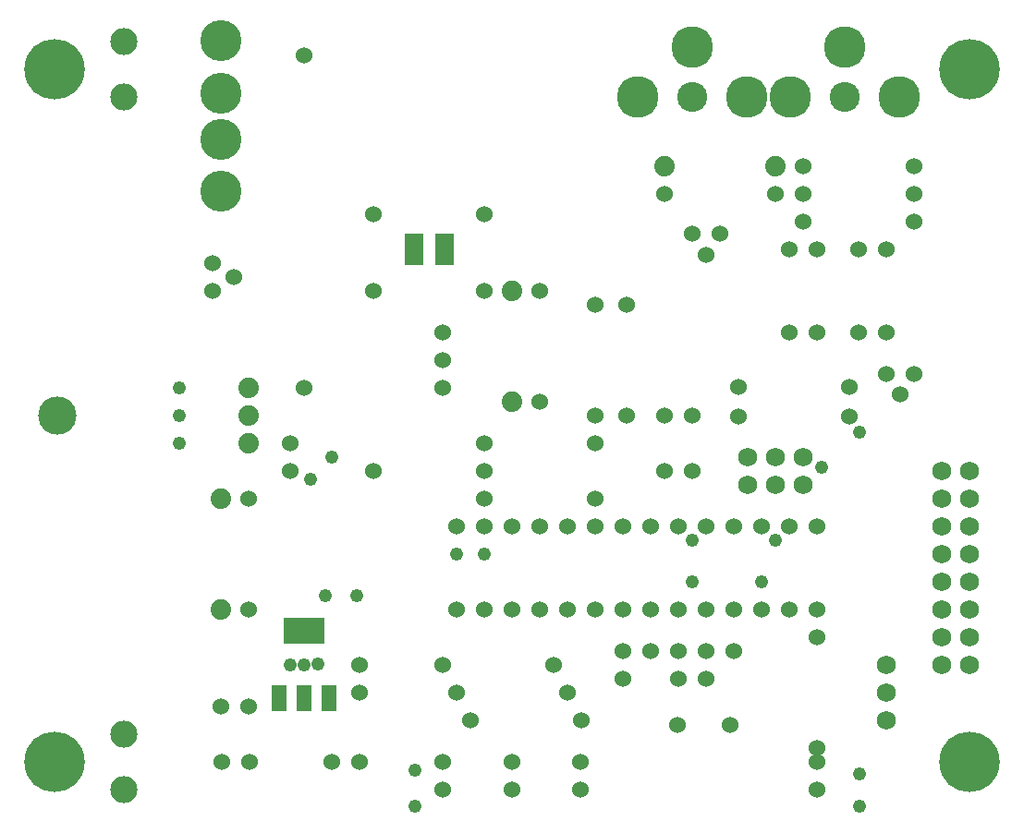
<source format=gbr>
G75*
G70*
%OFA0B0*%
%FSLAX24Y24*%
%IPPOS*%
%LPD*%
%AMOC8*
5,1,8,0,0,1.08239X$1,22.5*
%
%ADD10C,0.0980*%
%ADD11C,0.0600*%
%ADD12R,0.0560X0.0960*%
%ADD13R,0.1497X0.0946*%
%ADD14C,0.1480*%
%ADD15C,0.0740*%
%ADD16C,0.1380*%
%ADD17C,0.0680*%
%ADD18R,0.0710X0.1143*%
%ADD19C,0.2180*%
%ADD20C,0.1084*%
%ADD21C,0.1504*%
%ADD22C,0.0480*%
D10*
X011843Y006842D03*
X011843Y008842D03*
X011843Y031842D03*
X011843Y033842D03*
D11*
X018343Y033342D03*
X020843Y027592D03*
X020843Y024842D03*
X023343Y023342D03*
X023343Y022342D03*
X023343Y021342D03*
X024843Y019342D03*
X024843Y018342D03*
X024843Y017342D03*
X024843Y016342D03*
X023843Y016342D03*
X025843Y016342D03*
X026843Y016342D03*
X027843Y016342D03*
X028843Y016342D03*
X028843Y017342D03*
X029843Y016342D03*
X030843Y016342D03*
X031843Y016342D03*
X032843Y016342D03*
X033843Y016342D03*
X034843Y016342D03*
X035843Y016342D03*
X036843Y016342D03*
X036843Y013342D03*
X036843Y012342D03*
X035843Y013342D03*
X034843Y013342D03*
X033843Y013342D03*
X032843Y013342D03*
X031843Y013342D03*
X030843Y013342D03*
X029843Y013342D03*
X028843Y013342D03*
X027843Y013342D03*
X026843Y013342D03*
X025843Y013342D03*
X024843Y013342D03*
X023843Y013342D03*
X023343Y011342D03*
X023843Y010342D03*
X024343Y009342D03*
X023343Y007842D03*
X023343Y006842D03*
X025843Y006842D03*
X025843Y007842D03*
X028293Y007842D03*
X028293Y006842D03*
X028343Y009342D03*
X027843Y010342D03*
X027343Y011342D03*
X029843Y011842D03*
X029843Y010842D03*
X030843Y011842D03*
X031843Y011842D03*
X031843Y010842D03*
X032843Y010842D03*
X032843Y011842D03*
X033843Y011842D03*
X033718Y009167D03*
X031818Y009167D03*
X036843Y008342D03*
X036843Y007842D03*
X036843Y006842D03*
X032343Y018342D03*
X031343Y018342D03*
X031343Y020342D03*
X032343Y020342D03*
X033993Y020292D03*
X034018Y021367D03*
X035843Y023342D03*
X036843Y023342D03*
X038343Y023342D03*
X039343Y023342D03*
X039343Y021842D03*
X039843Y021092D03*
X040343Y021842D03*
X038018Y021367D03*
X037993Y020292D03*
X038343Y026342D03*
X039343Y026342D03*
X040343Y027342D03*
X040343Y028342D03*
X040343Y029342D03*
X036343Y029342D03*
X036343Y028342D03*
X035343Y028342D03*
X036343Y027342D03*
X035843Y026342D03*
X036843Y026342D03*
X033343Y026892D03*
X032843Y026142D03*
X032343Y026892D03*
X031343Y028342D03*
X026843Y024842D03*
X024843Y024842D03*
X024843Y027592D03*
X028843Y024342D03*
X029968Y024342D03*
X026843Y020842D03*
X028843Y020342D03*
X028843Y019342D03*
X029968Y020342D03*
X020843Y018342D03*
X017843Y018342D03*
X017843Y019342D03*
X016343Y017342D03*
X016343Y013342D03*
X020343Y011342D03*
X020343Y010342D03*
X020343Y007842D03*
X019343Y007842D03*
X016368Y007817D03*
X015368Y007817D03*
X015343Y009842D03*
X016343Y009842D03*
X018343Y021342D03*
X015043Y024842D03*
X015793Y025342D03*
X015043Y025842D03*
D12*
X017433Y010122D03*
X018343Y010122D03*
X019253Y010122D03*
D13*
X018343Y012562D03*
D14*
X015343Y028422D03*
X015343Y030307D03*
X015343Y031977D03*
X015343Y033862D03*
D15*
X025843Y024842D03*
X025843Y020842D03*
X016343Y021342D03*
X016343Y020342D03*
X016343Y019342D03*
X015343Y017342D03*
X015343Y013342D03*
X031343Y029342D03*
X035343Y029342D03*
D16*
X009443Y020342D03*
D17*
X034343Y018842D03*
X035343Y018842D03*
X035343Y017842D03*
X034343Y017842D03*
X036343Y017842D03*
X036343Y018842D03*
X041343Y018342D03*
X042343Y018342D03*
X042343Y017342D03*
X041343Y017342D03*
X041343Y016342D03*
X041343Y015342D03*
X042343Y015342D03*
X042343Y016342D03*
X042343Y014342D03*
X041343Y014342D03*
X041343Y013342D03*
X041343Y012342D03*
X042343Y012342D03*
X042343Y013342D03*
X042343Y011342D03*
X041343Y011342D03*
X039343Y011342D03*
X039343Y010342D03*
X039343Y009342D03*
D18*
X023395Y026342D03*
X022292Y026342D03*
D19*
X009343Y007842D03*
X009343Y032842D03*
X042343Y032842D03*
X042343Y007842D03*
D20*
X037843Y031842D03*
X032343Y031842D03*
D21*
X030375Y031842D03*
X032343Y033613D03*
X034312Y031842D03*
X035875Y031842D03*
X037843Y033613D03*
X039812Y031842D03*
D22*
X038368Y019742D03*
X037018Y018467D03*
X035343Y015842D03*
X034843Y014342D03*
X032343Y014342D03*
X032343Y015842D03*
X024843Y015342D03*
X023843Y015342D03*
X020243Y013842D03*
X019093Y013842D03*
X018843Y011367D03*
X018343Y011342D03*
X017843Y011342D03*
X022343Y007542D03*
X022343Y006217D03*
X018568Y018042D03*
X019343Y018817D03*
X013843Y019342D03*
X013843Y020342D03*
X013843Y021342D03*
X038368Y007392D03*
X038368Y006217D03*
M02*

</source>
